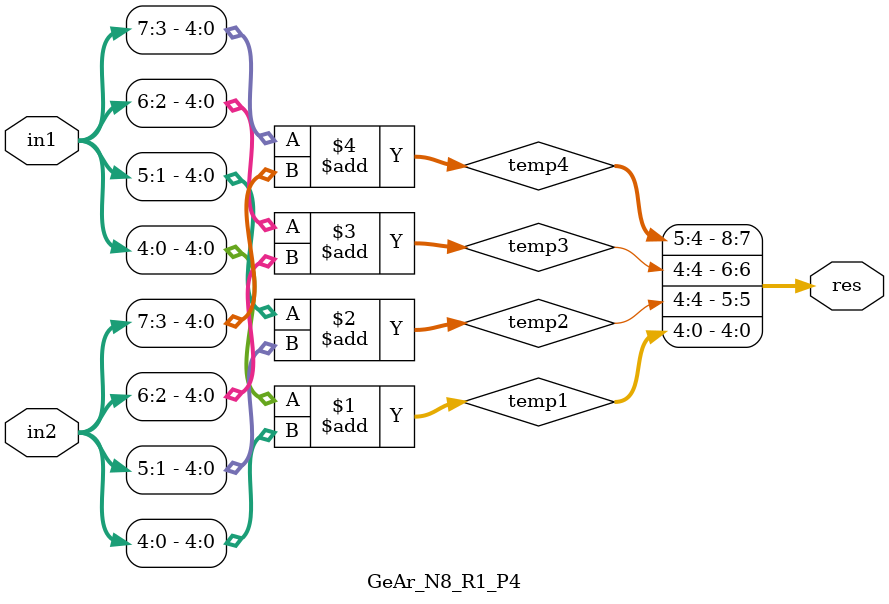
<source format=v>
`timescale 1ns / 1ps
module GeAr_N8_R1_P4(
    input [7:0] in1,
    input [7:0] in2,
    output [8:0] res
    );

wire [5:0] temp1,temp2,temp3,temp4;

assign temp1[5:0] = in1[4:0] + in2[4:0];
assign temp2[5:0] = in1[5:1] + in2[5:1];
assign temp3[5:0] = in1[6:2] + in2[6:2];
assign temp4[5:0] = in1[7:3] + in2[7:3];

assign res[8:0] = {temp4[5:4],temp3[4],temp2[4],temp1[4:0]};

endmodule

</source>
